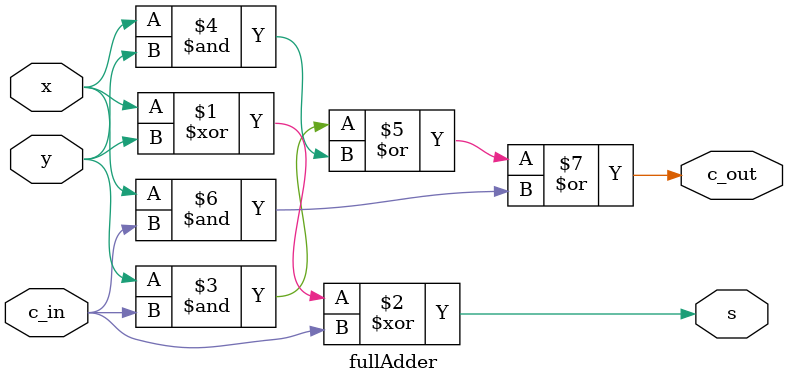
<source format=v>
`timescale 1ns/ 1ps
module fullAdder(input x, y, c_in, output s, c_out);
 assign s = (x^y) ^ c_in;
 assign c_out = (y&c_in)| (x&y) | (x&c_in);
endmodule

</source>
